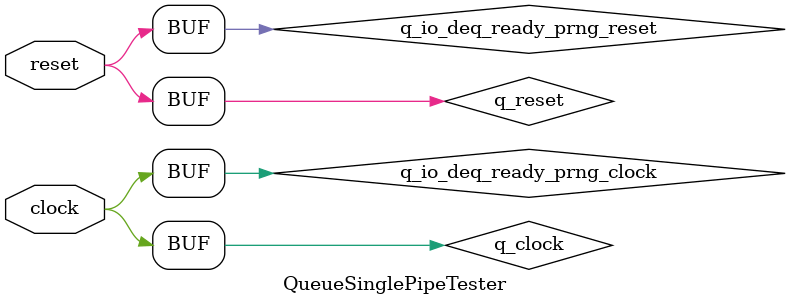
<source format=v>
module Queue(
  input   clock,
  input   reset,
  output  io_enq_ready,
  input   io_enq_valid,
  input   io_deq_ready,
  output  io_deq_valid,
  output  io_count
);
`ifdef RANDOMIZE_REG_INIT
  reg [31:0] _RAND_0;
`endif // RANDOMIZE_REG_INIT
  reg  maybe_full; // @[Decoupled.scala 223:27]
  wire  empty = ~maybe_full; // @[Decoupled.scala 226:28]
  wire  do_enq = io_enq_ready & io_enq_valid; // @[Decoupled.scala 40:37]
  wire  do_deq = io_deq_ready & io_deq_valid; // @[Decoupled.scala 40:37]
  assign io_enq_ready = io_deq_ready | empty; // @[Decoupled.scala 243:16 264:{25,40}]
  assign io_deq_valid = ~empty; // @[Decoupled.scala 242:19]
  assign io_count = maybe_full; // @[Decoupled.scala 269:62]
  always @(posedge clock) begin
    if (reset) begin // @[Decoupled.scala 223:27]
      maybe_full <= 1'h0; // @[Decoupled.scala 223:27]
    end else if (do_enq != do_deq) begin // @[Decoupled.scala 238:28]
      maybe_full <= do_enq; // @[Decoupled.scala 239:16]
    end
  end
// Register and memory initialization
`ifdef RANDOMIZE_GARBAGE_ASSIGN
`define RANDOMIZE
`endif
`ifdef RANDOMIZE_INVALID_ASSIGN
`define RANDOMIZE
`endif
`ifdef RANDOMIZE_REG_INIT
`define RANDOMIZE
`endif
`ifdef RANDOMIZE_MEM_INIT
`define RANDOMIZE
`endif
`ifndef RANDOM
`define RANDOM $random
`endif
`ifdef RANDOMIZE_MEM_INIT
  integer initvar;
`endif
`ifndef SYNTHESIS
`ifdef FIRRTL_BEFORE_INITIAL
`FIRRTL_BEFORE_INITIAL
`endif
initial begin
  `ifdef RANDOMIZE
    `ifdef INIT_RANDOM
      `INIT_RANDOM
    `endif
    `ifndef VERILATOR
      `ifdef RANDOMIZE_DELAY
        #`RANDOMIZE_DELAY begin end
      `else
        #0.002 begin end
      `endif
    `endif
`ifdef RANDOMIZE_REG_INIT
  _RAND_0 = {1{`RANDOM}};
  maybe_full = _RAND_0[0:0];
`endif // RANDOMIZE_REG_INIT
  `endif // RANDOMIZE
end // initial
`ifdef FIRRTL_AFTER_INITIAL
`FIRRTL_AFTER_INITIAL
`endif
`endif // SYNTHESIS
endmodule
module MaxPeriodFibonacciLFSR(
  input   clock,
  input   reset,
  output  io_out_0,
  output  io_out_1,
  output  io_out_2,
  output  io_out_3,
  output  io_out_4,
  output  io_out_5,
  output  io_out_6,
  output  io_out_7,
  output  io_out_8,
  output  io_out_9,
  output  io_out_10,
  output  io_out_11,
  output  io_out_12,
  output  io_out_13,
  output  io_out_14,
  output  io_out_15
);
`ifdef RANDOMIZE_REG_INIT
  reg [31:0] _RAND_0;
  reg [31:0] _RAND_1;
  reg [31:0] _RAND_2;
  reg [31:0] _RAND_3;
  reg [31:0] _RAND_4;
  reg [31:0] _RAND_5;
  reg [31:0] _RAND_6;
  reg [31:0] _RAND_7;
  reg [31:0] _RAND_8;
  reg [31:0] _RAND_9;
  reg [31:0] _RAND_10;
  reg [31:0] _RAND_11;
  reg [31:0] _RAND_12;
  reg [31:0] _RAND_13;
  reg [31:0] _RAND_14;
  reg [31:0] _RAND_15;
`endif // RANDOMIZE_REG_INIT
  reg  state_0; // @[PRNG.scala 47:50]
  reg  state_1; // @[PRNG.scala 47:50]
  reg  state_2; // @[PRNG.scala 47:50]
  reg  state_3; // @[PRNG.scala 47:50]
  reg  state_4; // @[PRNG.scala 47:50]
  reg  state_5; // @[PRNG.scala 47:50]
  reg  state_6; // @[PRNG.scala 47:50]
  reg  state_7; // @[PRNG.scala 47:50]
  reg  state_8; // @[PRNG.scala 47:50]
  reg  state_9; // @[PRNG.scala 47:50]
  reg  state_10; // @[PRNG.scala 47:50]
  reg  state_11; // @[PRNG.scala 47:50]
  reg  state_12; // @[PRNG.scala 47:50]
  reg  state_13; // @[PRNG.scala 47:50]
  reg  state_14; // @[PRNG.scala 47:50]
  reg  state_15; // @[PRNG.scala 47:50]
  wire  _T_2 = state_15 ^ state_13 ^ state_12 ^ state_10; // @[LFSR.scala 15:41]
  assign io_out_0 = state_0; // @[PRNG.scala 69:10]
  assign io_out_1 = state_1; // @[PRNG.scala 69:10]
  assign io_out_2 = state_2; // @[PRNG.scala 69:10]
  assign io_out_3 = state_3; // @[PRNG.scala 69:10]
  assign io_out_4 = state_4; // @[PRNG.scala 69:10]
  assign io_out_5 = state_5; // @[PRNG.scala 69:10]
  assign io_out_6 = state_6; // @[PRNG.scala 69:10]
  assign io_out_7 = state_7; // @[PRNG.scala 69:10]
  assign io_out_8 = state_8; // @[PRNG.scala 69:10]
  assign io_out_9 = state_9; // @[PRNG.scala 69:10]
  assign io_out_10 = state_10; // @[PRNG.scala 69:10]
  assign io_out_11 = state_11; // @[PRNG.scala 69:10]
  assign io_out_12 = state_12; // @[PRNG.scala 69:10]
  assign io_out_13 = state_13; // @[PRNG.scala 69:10]
  assign io_out_14 = state_14; // @[PRNG.scala 69:10]
  assign io_out_15 = state_15; // @[PRNG.scala 69:10]
  always @(posedge clock) begin
    state_0 <= reset | _T_2; // @[PRNG.scala 47:{50,50}]
    if (reset) begin // @[PRNG.scala 47:50]
      state_1 <= 1'h0; // @[PRNG.scala 47:50]
    end else begin
      state_1 <= state_0;
    end
    if (reset) begin // @[PRNG.scala 47:50]
      state_2 <= 1'h0; // @[PRNG.scala 47:50]
    end else begin
      state_2 <= state_1;
    end
    if (reset) begin // @[PRNG.scala 47:50]
      state_3 <= 1'h0; // @[PRNG.scala 47:50]
    end else begin
      state_3 <= state_2;
    end
    if (reset) begin // @[PRNG.scala 47:50]
      state_4 <= 1'h0; // @[PRNG.scala 47:50]
    end else begin
      state_4 <= state_3;
    end
    if (reset) begin // @[PRNG.scala 47:50]
      state_5 <= 1'h0; // @[PRNG.scala 47:50]
    end else begin
      state_5 <= state_4;
    end
    if (reset) begin // @[PRNG.scala 47:50]
      state_6 <= 1'h0; // @[PRNG.scala 47:50]
    end else begin
      state_6 <= state_5;
    end
    if (reset) begin // @[PRNG.scala 47:50]
      state_7 <= 1'h0; // @[PRNG.scala 47:50]
    end else begin
      state_7 <= state_6;
    end
    if (reset) begin // @[PRNG.scala 47:50]
      state_8 <= 1'h0; // @[PRNG.scala 47:50]
    end else begin
      state_8 <= state_7;
    end
    if (reset) begin // @[PRNG.scala 47:50]
      state_9 <= 1'h0; // @[PRNG.scala 47:50]
    end else begin
      state_9 <= state_8;
    end
    if (reset) begin // @[PRNG.scala 47:50]
      state_10 <= 1'h0; // @[PRNG.scala 47:50]
    end else begin
      state_10 <= state_9;
    end
    if (reset) begin // @[PRNG.scala 47:50]
      state_11 <= 1'h0; // @[PRNG.scala 47:50]
    end else begin
      state_11 <= state_10;
    end
    if (reset) begin // @[PRNG.scala 47:50]
      state_12 <= 1'h0; // @[PRNG.scala 47:50]
    end else begin
      state_12 <= state_11;
    end
    if (reset) begin // @[PRNG.scala 47:50]
      state_13 <= 1'h0; // @[PRNG.scala 47:50]
    end else begin
      state_13 <= state_12;
    end
    if (reset) begin // @[PRNG.scala 47:50]
      state_14 <= 1'h0; // @[PRNG.scala 47:50]
    end else begin
      state_14 <= state_13;
    end
    if (reset) begin // @[PRNG.scala 47:50]
      state_15 <= 1'h0; // @[PRNG.scala 47:50]
    end else begin
      state_15 <= state_14;
    end
  end
// Register and memory initialization
`ifdef RANDOMIZE_GARBAGE_ASSIGN
`define RANDOMIZE
`endif
`ifdef RANDOMIZE_INVALID_ASSIGN
`define RANDOMIZE
`endif
`ifdef RANDOMIZE_REG_INIT
`define RANDOMIZE
`endif
`ifdef RANDOMIZE_MEM_INIT
`define RANDOMIZE
`endif
`ifndef RANDOM
`define RANDOM $random
`endif
`ifdef RANDOMIZE_MEM_INIT
  integer initvar;
`endif
`ifndef SYNTHESIS
`ifdef FIRRTL_BEFORE_INITIAL
`FIRRTL_BEFORE_INITIAL
`endif
initial begin
  `ifdef RANDOMIZE
    `ifdef INIT_RANDOM
      `INIT_RANDOM
    `endif
    `ifndef VERILATOR
      `ifdef RANDOMIZE_DELAY
        #`RANDOMIZE_DELAY begin end
      `else
        #0.002 begin end
      `endif
    `endif
`ifdef RANDOMIZE_REG_INIT
  _RAND_0 = {1{`RANDOM}};
  state_0 = _RAND_0[0:0];
  _RAND_1 = {1{`RANDOM}};
  state_1 = _RAND_1[0:0];
  _RAND_2 = {1{`RANDOM}};
  state_2 = _RAND_2[0:0];
  _RAND_3 = {1{`RANDOM}};
  state_3 = _RAND_3[0:0];
  _RAND_4 = {1{`RANDOM}};
  state_4 = _RAND_4[0:0];
  _RAND_5 = {1{`RANDOM}};
  state_5 = _RAND_5[0:0];
  _RAND_6 = {1{`RANDOM}};
  state_6 = _RAND_6[0:0];
  _RAND_7 = {1{`RANDOM}};
  state_7 = _RAND_7[0:0];
  _RAND_8 = {1{`RANDOM}};
  state_8 = _RAND_8[0:0];
  _RAND_9 = {1{`RANDOM}};
  state_9 = _RAND_9[0:0];
  _RAND_10 = {1{`RANDOM}};
  state_10 = _RAND_10[0:0];
  _RAND_11 = {1{`RANDOM}};
  state_11 = _RAND_11[0:0];
  _RAND_12 = {1{`RANDOM}};
  state_12 = _RAND_12[0:0];
  _RAND_13 = {1{`RANDOM}};
  state_13 = _RAND_13[0:0];
  _RAND_14 = {1{`RANDOM}};
  state_14 = _RAND_14[0:0];
  _RAND_15 = {1{`RANDOM}};
  state_15 = _RAND_15[0:0];
`endif // RANDOMIZE_REG_INIT
  `endif // RANDOMIZE
end // initial
`ifdef FIRRTL_AFTER_INITIAL
`FIRRTL_AFTER_INITIAL
`endif
`endif // SYNTHESIS
endmodule
module QueueSinglePipeTester(
  input   clock,
  input   reset
);
`ifdef RANDOMIZE_REG_INIT
  reg [31:0] _RAND_0;
  reg [31:0] _RAND_1;
`endif // RANDOMIZE_REG_INIT
  wire  q_clock; // @[QueueSpec.scala 93:17]
  wire  q_reset; // @[QueueSpec.scala 93:17]
  wire  q_io_enq_ready; // @[QueueSpec.scala 93:17]
  wire  q_io_enq_valid; // @[QueueSpec.scala 93:17]
  wire  q_io_deq_ready; // @[QueueSpec.scala 93:17]
  wire  q_io_deq_valid; // @[QueueSpec.scala 93:17]
  wire  q_io_count; // @[QueueSpec.scala 93:17]
  wire  q_io_deq_ready_prng_clock; // @[PRNG.scala 82:22]
  wire  q_io_deq_ready_prng_reset; // @[PRNG.scala 82:22]
  wire  q_io_deq_ready_prng_io_out_0; // @[PRNG.scala 82:22]
  wire  q_io_deq_ready_prng_io_out_1; // @[PRNG.scala 82:22]
  wire  q_io_deq_ready_prng_io_out_2; // @[PRNG.scala 82:22]
  wire  q_io_deq_ready_prng_io_out_3; // @[PRNG.scala 82:22]
  wire  q_io_deq_ready_prng_io_out_4; // @[PRNG.scala 82:22]
  wire  q_io_deq_ready_prng_io_out_5; // @[PRNG.scala 82:22]
  wire  q_io_deq_ready_prng_io_out_6; // @[PRNG.scala 82:22]
  wire  q_io_deq_ready_prng_io_out_7; // @[PRNG.scala 82:22]
  wire  q_io_deq_ready_prng_io_out_8; // @[PRNG.scala 82:22]
  wire  q_io_deq_ready_prng_io_out_9; // @[PRNG.scala 82:22]
  wire  q_io_deq_ready_prng_io_out_10; // @[PRNG.scala 82:22]
  wire  q_io_deq_ready_prng_io_out_11; // @[PRNG.scala 82:22]
  wire  q_io_deq_ready_prng_io_out_12; // @[PRNG.scala 82:22]
  wire  q_io_deq_ready_prng_io_out_13; // @[PRNG.scala 82:22]
  wire  q_io_deq_ready_prng_io_out_14; // @[PRNG.scala 82:22]
  wire  q_io_deq_ready_prng_io_out_15; // @[PRNG.scala 82:22]
  reg [4:0] value; // @[Counter.scala 60:40]
  reg [4:0] value_1; // @[Counter.scala 60:40]
  wire [7:0] q_io_deq_ready_lo = {q_io_deq_ready_prng_io_out_7,q_io_deq_ready_prng_io_out_6,q_io_deq_ready_prng_io_out_5
    ,q_io_deq_ready_prng_io_out_4,q_io_deq_ready_prng_io_out_3,q_io_deq_ready_prng_io_out_2,q_io_deq_ready_prng_io_out_1
    ,q_io_deq_ready_prng_io_out_0}; // @[PRNG.scala 86:17]
  wire [15:0] _q_io_deq_ready_T = {q_io_deq_ready_prng_io_out_15,q_io_deq_ready_prng_io_out_14,
    q_io_deq_ready_prng_io_out_13,q_io_deq_ready_prng_io_out_12,q_io_deq_ready_prng_io_out_11,
    q_io_deq_ready_prng_io_out_10,q_io_deq_ready_prng_io_out_9,q_io_deq_ready_prng_io_out_8,q_io_deq_ready_lo}; // @[PRNG.scala 86:17]
  wire  _T_7 = q_io_enq_ready & q_io_enq_valid; // @[Decoupled.scala 40:37]
  wire  wrap = value == 5'h14; // @[Counter.scala 72:24]
  wire [4:0] _value_T_1 = value + 5'h1; // @[Counter.scala 76:24]
  wire  _T_8 = q_io_deq_ready & q_io_deq_valid; // @[Decoupled.scala 40:37]
  wire  wrap_1 = value_1 == 5'h14; // @[Counter.scala 72:24]
  wire [4:0] _value_T_3 = value_1 + 5'h1; // @[Counter.scala 76:24]
  Queue q ( // @[QueueSpec.scala 93:17]
    .clock(q_clock),
    .reset(q_reset),
    .io_enq_ready(q_io_enq_ready),
    .io_enq_valid(q_io_enq_valid),
    .io_deq_ready(q_io_deq_ready),
    .io_deq_valid(q_io_deq_valid),
    .io_count(q_io_count)
  );
  MaxPeriodFibonacciLFSR q_io_deq_ready_prng ( // @[PRNG.scala 82:22]
    .clock(q_io_deq_ready_prng_clock),
    .reset(q_io_deq_ready_prng_reset),
    .io_out_0(q_io_deq_ready_prng_io_out_0),
    .io_out_1(q_io_deq_ready_prng_io_out_1),
    .io_out_2(q_io_deq_ready_prng_io_out_2),
    .io_out_3(q_io_deq_ready_prng_io_out_3),
    .io_out_4(q_io_deq_ready_prng_io_out_4),
    .io_out_5(q_io_deq_ready_prng_io_out_5),
    .io_out_6(q_io_deq_ready_prng_io_out_6),
    .io_out_7(q_io_deq_ready_prng_io_out_7),
    .io_out_8(q_io_deq_ready_prng_io_out_8),
    .io_out_9(q_io_deq_ready_prng_io_out_9),
    .io_out_10(q_io_deq_ready_prng_io_out_10),
    .io_out_11(q_io_deq_ready_prng_io_out_11),
    .io_out_12(q_io_deq_ready_prng_io_out_12),
    .io_out_13(q_io_deq_ready_prng_io_out_13),
    .io_out_14(q_io_deq_ready_prng_io_out_14),
    .io_out_15(q_io_deq_ready_prng_io_out_15)
  );
  assign q_clock = clock;
  assign q_reset = reset;
  assign q_io_enq_valid = value < 5'h14; // @[QueueSpec.scala 100:34]
  assign q_io_deq_ready = _q_io_deq_ready_T[1]; // @[QueueSpec.scala 101:29]
  assign q_io_deq_ready_prng_clock = clock;
  assign q_io_deq_ready_prng_reset = reset;
  always @(posedge clock) begin
    if (reset) begin // @[Counter.scala 60:40]
      value <= 5'h0; // @[Counter.scala 60:40]
    end else if (_T_7) begin // @[QueueSpec.scala 106:25]
      if (wrap) begin // @[Counter.scala 86:20]
        value <= 5'h0; // @[Counter.scala 86:28]
      end else begin
        value <= _value_T_1; // @[Counter.scala 76:15]
      end
    end
    if (reset) begin // @[Counter.scala 60:40]
      value_1 <= 5'h0; // @[Counter.scala 60:40]
    end else if (_T_8) begin // @[QueueSpec.scala 109:25]
      if (wrap_1) begin // @[Counter.scala 86:20]
        value_1 <= 5'h0; // @[Counter.scala 86:28]
      end else begin
        value_1 <= _value_T_3; // @[Counter.scala 76:15]
      end
    end
    `ifndef SYNTHESIS
    `ifdef PRINTF_COND
      if (`PRINTF_COND) begin
    `endif
        if (~(q_io_enq_ready | q_io_count & ~q_io_deq_ready | reset)) begin
          $fwrite(32'h80000002,
            "Assertion failed\n    at QueueSpec.scala:103 assert(q.io.enq.ready || (q.io.count === 1.U && !q.io.deq.ready))\n"
            ); // @[QueueSpec.scala 103:9]
        end
    `ifdef PRINTF_COND
      end
    `endif
    `endif // SYNTHESIS
    `ifndef SYNTHESIS
    `ifdef STOP_COND
      if (`STOP_COND) begin
    `endif
        if (~(q_io_enq_ready | q_io_count & ~q_io_deq_ready | reset)) begin
          $fatal; // @[QueueSpec.scala 103:9]
        end
    `ifdef STOP_COND
      end
    `endif
    `endif // SYNTHESIS
    `ifndef SYNTHESIS
    `ifdef STOP_COND
      if (`STOP_COND) begin
    `endif
        if (wrap_1 & ~reset) begin
          $finish; // @[QueueSpec.scala 114:9]
        end
    `ifdef STOP_COND
      end
    `endif
    `endif // SYNTHESIS
  end
// Register and memory initialization
`ifdef RANDOMIZE_GARBAGE_ASSIGN
`define RANDOMIZE
`endif
`ifdef RANDOMIZE_INVALID_ASSIGN
`define RANDOMIZE
`endif
`ifdef RANDOMIZE_REG_INIT
`define RANDOMIZE
`endif
`ifdef RANDOMIZE_MEM_INIT
`define RANDOMIZE
`endif
`ifndef RANDOM
`define RANDOM $random
`endif
`ifdef RANDOMIZE_MEM_INIT
  integer initvar;
`endif
`ifndef SYNTHESIS
`ifdef FIRRTL_BEFORE_INITIAL
`FIRRTL_BEFORE_INITIAL
`endif
initial begin
  `ifdef RANDOMIZE
    `ifdef INIT_RANDOM
      `INIT_RANDOM
    `endif
    `ifndef VERILATOR
      `ifdef RANDOMIZE_DELAY
        #`RANDOMIZE_DELAY begin end
      `else
        #0.002 begin end
      `endif
    `endif
`ifdef RANDOMIZE_REG_INIT
  _RAND_0 = {1{`RANDOM}};
  value = _RAND_0[4:0];
  _RAND_1 = {1{`RANDOM}};
  value_1 = _RAND_1[4:0];
`endif // RANDOMIZE_REG_INIT
  `endif // RANDOMIZE
end // initial
`ifdef FIRRTL_AFTER_INITIAL
`FIRRTL_AFTER_INITIAL
`endif
`endif // SYNTHESIS
endmodule

</source>
